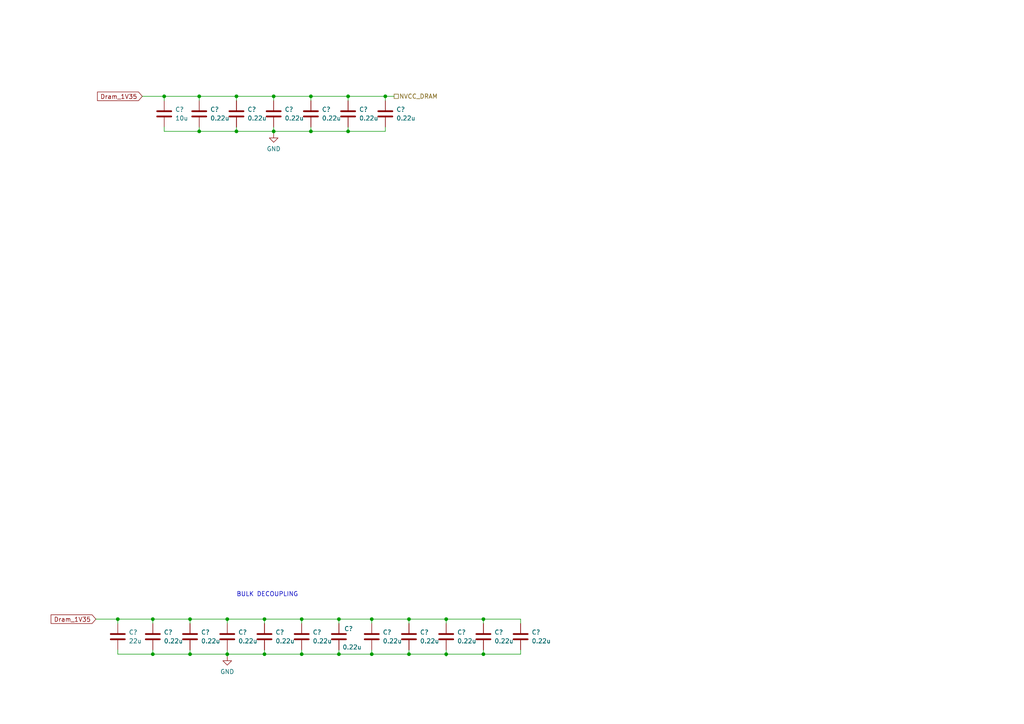
<source format=kicad_sch>
(kicad_sch (version 20211123) (generator eeschema)
  (paper "A4")
  (lib_symbols
    (symbol "Device:C" (pin_numbers hide) (pin_names (offset 0.254))
      (property "Reference" "C" (at 0.635 2.54 0))
      (property "Value" "C" (at 0.635 -2.54 0))
      (symbol "C_0_1"
        (polyline (pts (xy -2.032 -0.762) (xy 2.032 -0.762)) (stroke (width 0.508)))
        (polyline (pts (xy -2.032 0.762) (xy 2.032 0.762)) (stroke (width 0.508)))
      )
      (symbol "C_1_1"
        (pin passive line (at 0 3.81 270) (length 2.794) (name "~") (number "1"))
        (pin passive line (at 0 -3.81 90) (length 2.794) (name "~") (number "2"))
      )
    )
    (symbol "power:GND" (power) (pin_names (offset 0))
      (property "Value" "GND" (at 0 -3.81 0))
      (symbol "GND_0_1"
        (polyline (pts (xy 0 0) (xy 0 -1.27) (xy 1.27 -1.27) (xy 0 -2.54) (xy -1.27 -1.27) (xy 0 -1.27)))
      )
      (symbol "GND_1_1"
        (pin power_in line (at 0 0 270) (length 0) hide (name "GND") (number "1"))
      )
    )
  )
  (junction (at 34.163 179.578))
  (junction (at 100.965 38.1))
  (junction (at 118.618 179.578))
  (junction (at 87.503 179.578))
  (junction (at 129.413 179.578))
  (junction (at 55.118 189.738))
  (junction (at 68.58 38.1))
  (junction (at 65.913 179.578))
  (junction (at 90.17 38.1))
  (junction (at 47.625 27.94))
  (junction (at 76.708 189.738))
  (junction (at 107.823 189.738))
  (junction (at 55.118 179.578))
  (junction (at 87.503 189.738))
  (junction (at 65.913 189.738))
  (junction (at 68.58 27.94))
  (junction (at 118.618 189.738))
  (junction (at 140.208 189.738))
  (junction (at 107.823 179.578))
  (junction (at 79.375 27.94))
  (junction (at 98.298 179.578))
  (junction (at 44.323 179.578))
  (junction (at 129.413 189.738))
  (junction (at 100.965 27.94))
  (junction (at 57.785 27.94))
  (junction (at 44.323 189.738))
  (junction (at 98.298 189.738))
  (junction (at 111.76 27.94))
  (junction (at 90.17 27.94))
  (junction (at 140.208 179.578))
  (junction (at 79.375 38.1))
  (junction (at 76.708 179.578))
  (junction (at 57.785 38.1))
  (wire (pts (xy 65.913 189.738) (xy 55.118 189.738)))
  (wire (pts (xy 79.375 27.94) (xy 79.375 29.21)))
  (wire (pts (xy 57.785 27.94) (xy 68.58 27.94)))
  (wire (pts (xy 55.118 189.738) (xy 55.118 188.468)))
  (wire (pts (xy 57.785 36.83) (xy 57.785 38.1)))
  (wire (pts (xy 87.503 189.738) (xy 98.298 189.738)))
  (wire (pts (xy 140.208 189.738) (xy 140.208 188.468)))
  (wire (pts (xy 100.965 27.94) (xy 100.965 29.21)))
  (wire (pts (xy 98.298 189.738) (xy 107.823 189.738)))
  (wire (pts (xy 140.208 179.578) (xy 151.003 179.578)))
  (wire (pts (xy 129.413 179.578) (xy 129.413 180.848)))
  (wire (pts (xy 44.323 179.578) (xy 44.323 180.848)))
  (wire (pts (xy 118.618 189.738) (xy 118.618 188.468)))
  (wire (pts (xy 87.503 189.738) (xy 87.503 188.468)))
  (wire (pts (xy 76.708 179.578) (xy 76.708 180.848)))
  (wire (pts (xy 98.298 179.578) (xy 98.298 180.848)))
  (wire (pts (xy 100.965 38.1) (xy 111.76 38.1)))
  (wire (pts (xy 151.003 189.738) (xy 151.003 188.468)))
  (wire (pts (xy 87.503 179.578) (xy 87.503 180.848)))
  (wire (pts (xy 79.375 36.83) (xy 79.375 38.1)))
  (wire (pts (xy 98.298 179.578) (xy 107.823 179.578)))
  (wire (pts (xy 90.17 27.94) (xy 90.17 29.21)))
  (wire (pts (xy 129.413 179.578) (xy 140.208 179.578)))
  (wire (pts (xy 111.76 27.94) (xy 114.3 27.94)))
  (wire (pts (xy 34.163 179.578) (xy 44.323 179.578)))
  (wire (pts (xy 34.163 189.738) (xy 34.163 188.468)))
  (wire (pts (xy 44.323 188.468) (xy 44.323 189.738)))
  (wire (pts (xy 57.785 27.94) (xy 57.785 29.21)))
  (wire (pts (xy 90.17 27.94) (xy 100.965 27.94)))
  (wire (pts (xy 107.823 188.468) (xy 107.823 189.738)))
  (wire (pts (xy 129.413 189.738) (xy 118.618 189.738)))
  (wire (pts (xy 68.58 38.1) (xy 68.58 36.83)))
  (wire (pts (xy 129.413 188.468) (xy 129.413 189.738)))
  (wire (pts (xy 129.413 189.738) (xy 140.208 189.738)))
  (wire (pts (xy 107.823 179.578) (xy 107.823 180.848)))
  (wire (pts (xy 90.17 38.1) (xy 90.17 36.83)))
  (wire (pts (xy 111.76 27.94) (xy 111.76 29.21)))
  (wire (pts (xy 65.913 188.468) (xy 65.913 189.738)))
  (wire (pts (xy 107.823 179.578) (xy 118.618 179.578)))
  (wire (pts (xy 79.375 27.94) (xy 90.17 27.94)))
  (wire (pts (xy 107.823 189.738) (xy 118.618 189.738)))
  (wire (pts (xy 76.708 189.738) (xy 87.503 189.738)))
  (wire (pts (xy 47.625 27.94) (xy 57.785 27.94)))
  (wire (pts (xy 79.375 38.1) (xy 90.17 38.1)))
  (wire (pts (xy 129.413 189.738) (xy 129.413 190.373)))
  (wire (pts (xy 111.76 38.1) (xy 111.76 36.83)))
  (wire (pts (xy 65.913 189.738) (xy 65.913 190.373)))
  (wire (pts (xy 27.813 179.578) (xy 34.163 179.578)))
  (wire (pts (xy 65.913 179.578) (xy 65.913 180.848)))
  (wire (pts (xy 65.913 179.578) (xy 76.708 179.578)))
  (wire (pts (xy 68.58 27.94) (xy 79.375 27.94)))
  (wire (pts (xy 118.618 179.578) (xy 129.413 179.578)))
  (wire (pts (xy 47.625 27.94) (xy 47.625 29.21)))
  (wire (pts (xy 87.503 179.578) (xy 98.298 179.578)))
  (wire (pts (xy 118.618 179.578) (xy 118.618 180.848)))
  (wire (pts (xy 47.625 38.1) (xy 47.625 36.83)))
  (wire (pts (xy 100.965 38.1) (xy 100.965 36.83)))
  (wire (pts (xy 100.965 27.94) (xy 111.76 27.94)))
  (wire (pts (xy 79.375 38.1) (xy 79.375 38.735)))
  (wire (pts (xy 68.58 27.94) (xy 68.58 29.21)))
  (wire (pts (xy 76.708 179.578) (xy 87.503 179.578)))
  (wire (pts (xy 44.323 179.578) (xy 55.118 179.578)))
  (wire (pts (xy 55.118 179.578) (xy 65.913 179.578)))
  (wire (pts (xy 57.785 38.1) (xy 47.625 38.1)))
  (wire (pts (xy 65.913 189.738) (xy 76.708 189.738)))
  (wire (pts (xy 90.17 38.1) (xy 100.965 38.1)))
  (wire (pts (xy 98.298 189.738) (xy 98.298 188.468)))
  (wire (pts (xy 57.785 38.1) (xy 68.58 38.1)))
  (wire (pts (xy 76.708 189.738) (xy 76.708 188.468)))
  (wire (pts (xy 44.323 189.738) (xy 55.118 189.738)))
  (wire (pts (xy 151.003 179.578) (xy 151.003 180.848)))
  (wire (pts (xy 140.208 179.578) (xy 140.208 180.848)))
  (wire (pts (xy 34.163 179.578) (xy 34.163 180.848)))
  (wire (pts (xy 79.375 38.1) (xy 68.58 38.1)))
  (wire (pts (xy 140.208 189.738) (xy 151.003 189.738)))
  (wire (pts (xy 55.118 179.578) (xy 55.118 180.848)))
  (wire (pts (xy 41.275 27.94) (xy 47.625 27.94)))
  (wire (pts (xy 44.323 189.738) (xy 34.163 189.738)))
  (text "BULK DECOUPLING\n" (at 68.58 173.228 0) (effects (font (size 1.27 1.27)) (justify left bottom)))
  (global_label "Dram_1V35" (shape input) (at 27.813 179.578 180) (property "Intersheet References" "${INTERSHEET_REFS}" (effects hide)))
  (global_label "Dram_1V35" (shape input) (at 41.275 27.94 180) (property "Intersheet References" "${INTERSHEET_REFS}" (effects hide)))
  (hierarchical_label "NVCC_DRAM" (shape passive) (at 114.3 27.94 0))
  (symbol (lib_id "Device:C") (at 55.118 184.658 0) (unit 1)
    (property "Reference" "C?" (at 58.293 183.3879 0) (effects (justify left)))
    (property "Value" "0.22u" (at 58.293 185.9279 0) (effects (justify left)))
  )
  (symbol (lib_id "Device:C") (at 79.375 33.02 0) (unit 1)
    (property "Reference" "C?" (at 82.55 31.7499 0) (effects (justify left)))
    (property "Value" "0.22u" (at 82.55 34.2899 0) (effects (justify left)))
  )
  (symbol (lib_id "Device:C") (at 76.708 184.658 0) (unit 1)
    (property "Reference" "C?" (at 79.883 183.3879 0) (effects (justify left)))
    (property "Value" "0.22u" (at 79.883 185.9279 0) (effects (justify left)))
  )
  (symbol (lib_id "Device:C") (at 90.17 33.02 0) (unit 1)
    (property "Reference" "C?" (at 93.345 31.7499 0) (effects (justify left)))
    (property "Value" "0.22u" (at 93.345 34.2899 0) (effects (justify left)))
  )
  (symbol (lib_id "power:GND") (at 65.913 190.373 0) (unit 1)
    (property "Reference" "#PWR?" (effects hide))
    (property "Value" "GND" (at 65.913 194.818 0))
  )
  (symbol (lib_id "Device:C") (at 65.913 184.658 0) (unit 1)
    (property "Reference" "C?" (at 69.088 183.3879 0) (effects (justify left)))
    (property "Value" "0.22u" (at 69.088 185.9279 0) (effects (justify left)))
  )
  (symbol (lib_id "power:GND") (at 79.375 38.735 0) (unit 1)
    (property "Reference" "#PWR?" (effects hide))
    (property "Value" "GND" (at 79.375 43.18 0))
  )
  (symbol (lib_id "Device:C") (at 129.413 184.658 0) (unit 1)
    (property "Reference" "C?" (at 132.588 183.3879 0) (effects (justify left)))
    (property "Value" "0.22u" (at 132.588 185.9279 0) (effects (justify left)))
  )
  (symbol (lib_id "Device:C") (at 151.003 184.658 0) (unit 1)
    (property "Reference" "C?" (at 154.178 183.3879 0) (effects (justify left)))
    (property "Value" "0.22u" (at 154.178 185.9279 0) (effects (justify left)))
  )
  (symbol (lib_id "Device:C") (at 98.298 184.658 0) (unit 1)
    (property "Reference" "C?" (at 99.822 182.372 0) (effects (justify left)))
    (property "Value" "0.22u" (at 99.314 187.706 0) (effects (justify left)))
  )
  (symbol (lib_id "Device:C") (at 111.76 33.02 0) (unit 1)
    (property "Reference" "C?" (at 114.935 31.7499 0) (effects (justify left)))
    (property "Value" "0.22u" (at 114.935 34.2899 0) (effects (justify left)))
  )
  (symbol (lib_id "Device:C") (at 107.823 184.658 0) (unit 1)
    (property "Reference" "C?" (at 110.998 183.3879 0) (effects (justify left)))
    (property "Value" "0.22u" (at 110.998 185.9279 0) (effects (justify left)))
  )
  (symbol (lib_id "Device:C") (at 47.625 33.02 0) (unit 1)
    (property "Reference" "C?" (at 50.8 31.7499 0) (effects (justify left)))
    (property "Value" "10u" (at 50.8 34.2899 0) (effects (justify left)))
  )
  (symbol (lib_id "Device:C") (at 140.208 184.658 0) (unit 1)
    (property "Reference" "C?" (at 143.383 183.3879 0) (effects (justify left)))
    (property "Value" "0.22u" (at 143.383 185.9279 0) (effects (justify left)))
  )
  (symbol (lib_id "Device:C") (at 87.503 184.658 0) (unit 1)
    (property "Reference" "C?" (at 90.678 183.3879 0) (effects (justify left)))
    (property "Value" "0.22u" (at 90.678 185.9279 0) (effects (justify left)))
  )
  (symbol (lib_id "Device:C") (at 68.58 33.02 0) (unit 1)
    (property "Reference" "C?" (at 71.755 31.7499 0) (effects (justify left)))
    (property "Value" "0.22u" (at 71.755 34.2899 0) (effects (justify left)))
  )
  (symbol (lib_id "Device:C") (at 57.785 33.02 0) (unit 1)
    (property "Reference" "C?" (at 60.96 31.7499 0) (effects (justify left)))
    (property "Value" "0.22u" (at 60.96 34.2899 0) (effects (justify left)))
  )
  (symbol (lib_id "Device:C") (at 100.965 33.02 0) (unit 1)
    (property "Reference" "C?" (at 104.14 31.7499 0) (effects (justify left)))
    (property "Value" "0.22u" (at 104.14 34.2899 0) (effects (justify left)))
  )
  (symbol (lib_id "Device:C") (at 34.163 184.658 0) (unit 1)
    (property "Reference" "C?" (at 37.338 183.3879 0) (effects (justify left)))
    (property "Value" "22u" (at 37.338 185.9279 0) (effects (justify left)))
  )
  (symbol (lib_id "Device:C") (at 118.618 184.658 0) (unit 1)
    (property "Reference" "C?" (at 121.793 183.3879 0) (effects (justify left)))
    (property "Value" "0.22u" (at 121.793 185.9279 0) (effects (justify left)))
  )
  (symbol (lib_id "Device:C") (at 44.323 184.658 0) (unit 1)
    (property "Reference" "C?" (at 47.498 183.3879 0) (effects (justify left)))
    (property "Value" "0.22u" (at 47.498 185.9279 0) (effects (justify left)))
  )
)
</source>
